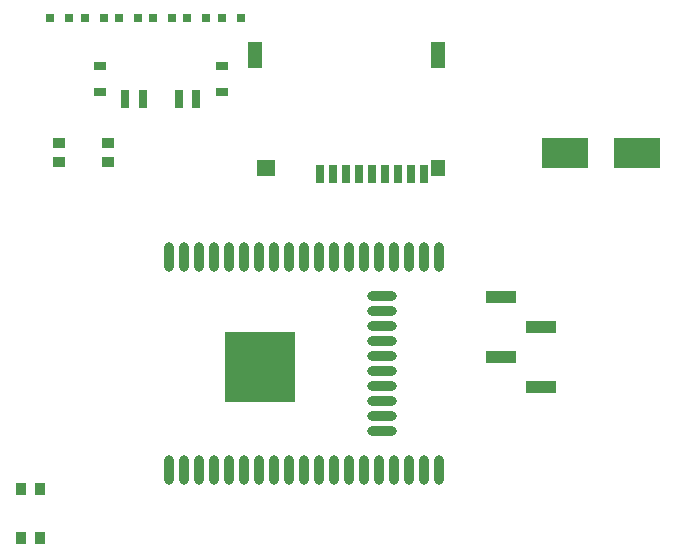
<source format=gtp>
G04 #@! TF.FileFunction,Paste,Top*
%FSLAX46Y46*%
G04 Gerber Fmt 4.6, Leading zero omitted, Abs format (unit mm)*
G04 Created by KiCad (PCBNEW 4.0.7) date Fri Mar 16 09:41:33 2018*
%MOMM*%
%LPD*%
G01*
G04 APERTURE LIST*
%ADD10C,0.100000*%
%ADD11R,0.800000X0.800000*%
%ADD12R,4.000000X2.500000*%
%ADD13R,1.200000X2.200000*%
%ADD14R,0.700000X1.600000*%
%ADD15R,1.200000X1.400000*%
%ADD16R,1.600000X1.400000*%
%ADD17R,1.000000X0.900000*%
%ADD18R,0.900000X1.000000*%
%ADD19R,0.700000X1.500000*%
%ADD20R,1.000000X0.800000*%
%ADD21O,0.900000X2.500000*%
%ADD22O,2.500000X0.900000*%
%ADD23R,6.000000X6.000000*%
%ADD24R,2.510000X1.000000*%
G04 APERTURE END LIST*
D10*
D11*
X16000000Y56250000D03*
X17600000Y56250000D03*
X4400000Y56250000D03*
X6000000Y56250000D03*
X10200000Y56250000D03*
X11800000Y56250000D03*
X18900000Y56250000D03*
X20500000Y56250000D03*
X13100000Y56250000D03*
X14700000Y56250000D03*
X7300000Y56250000D03*
X8900000Y56250000D03*
D12*
X54050000Y44750000D03*
X47950000Y44750000D03*
D13*
X37250000Y53100000D03*
D14*
X27250000Y43000000D03*
X28350000Y43000000D03*
X29450000Y43000000D03*
X30550000Y43000000D03*
X31650000Y43000000D03*
X32750000Y43000000D03*
X33850000Y43000000D03*
X34950000Y43000000D03*
X36050000Y43000000D03*
D15*
X37250000Y43500000D03*
D16*
X22650000Y43500000D03*
D13*
X21750000Y53100000D03*
D17*
X5150000Y45600000D03*
X5150000Y44000000D03*
X9250000Y45600000D03*
X9250000Y44000000D03*
D18*
X1950000Y12200000D03*
X3550000Y12200000D03*
X1950000Y16300000D03*
X3550000Y16300000D03*
D19*
X16750000Y49320000D03*
X15250000Y49320000D03*
X12250000Y49320000D03*
X10750000Y49320000D03*
D20*
X18900000Y52180000D03*
X8600000Y52180000D03*
X8600000Y49970000D03*
X18900000Y49970000D03*
D21*
X14483276Y35970792D03*
X15753276Y35970792D03*
X17023276Y35970792D03*
X18293276Y35970792D03*
X19563276Y35970792D03*
X20833276Y35970792D03*
X22103276Y35970792D03*
X23373276Y35970792D03*
X24643276Y35970792D03*
X25913276Y35970792D03*
X27183276Y35970792D03*
X28453276Y35970792D03*
X29723276Y35970792D03*
X30993276Y35970792D03*
D22*
X32483276Y32685792D03*
X32483276Y31415792D03*
X32483276Y30145792D03*
X32483276Y28875792D03*
X32483276Y27605792D03*
X32483276Y26335792D03*
X32483276Y25065792D03*
X32483276Y23795792D03*
X32483276Y22525792D03*
X32483276Y21255792D03*
D21*
X30993276Y17970792D03*
X29723276Y17970792D03*
X28453276Y17970792D03*
X27183276Y17970792D03*
X25913276Y17970792D03*
X24643276Y17970792D03*
X23373276Y17970792D03*
X22103276Y17970792D03*
X20833276Y17970792D03*
X19563276Y17970792D03*
X18293276Y17970792D03*
X17023276Y17970792D03*
X15753276Y17970792D03*
X14483276Y17970792D03*
D23*
X22183276Y26670792D03*
D21*
X32263276Y17970792D03*
X33533276Y17970792D03*
X34803276Y17970792D03*
X36073276Y17970792D03*
X37343276Y17970792D03*
X37343276Y35970792D03*
X36073276Y35970792D03*
X34803276Y35970792D03*
X33533276Y35970792D03*
X32263276Y35970792D03*
D24*
X42595000Y32560000D03*
X42595000Y27480000D03*
X45905000Y30020000D03*
X45905000Y24940000D03*
M02*

</source>
